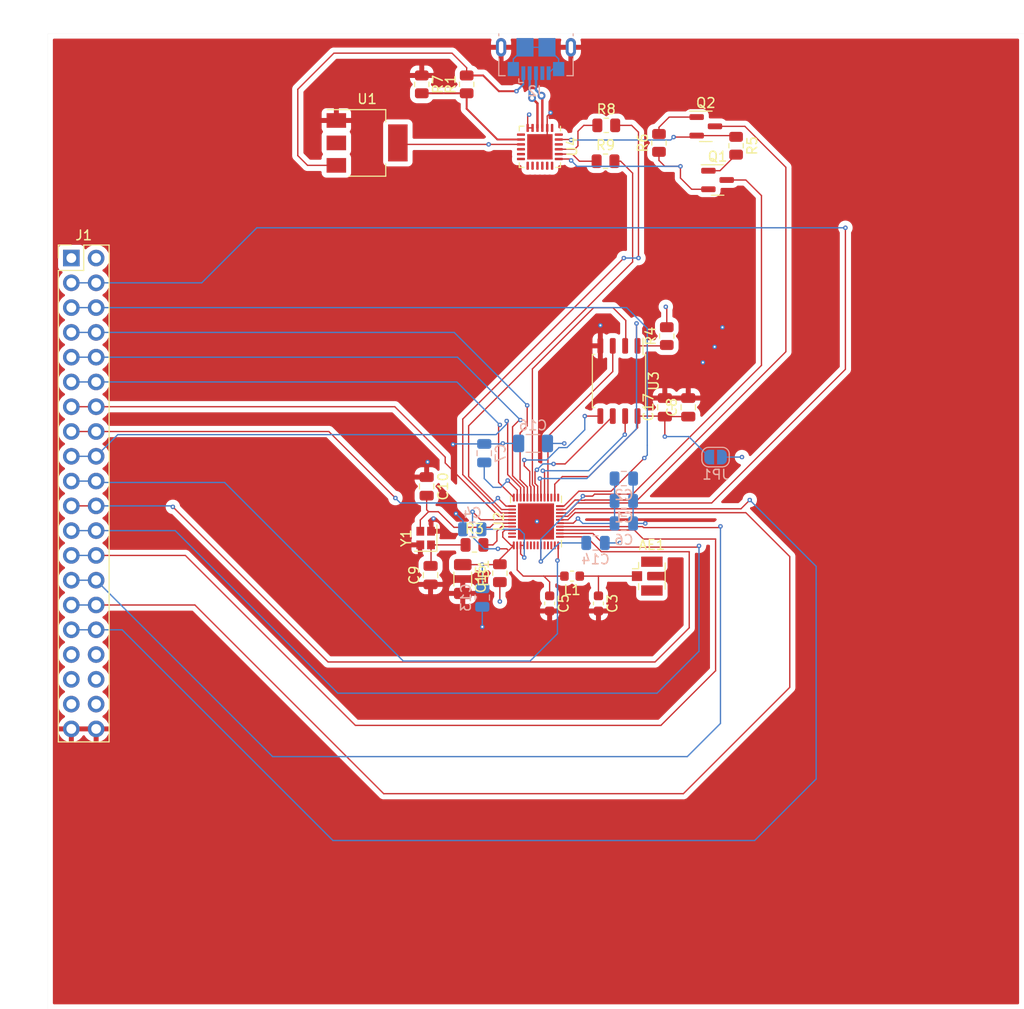
<source format=kicad_pcb>
(kicad_pcb (version 20211014) (generator pcbnew)
  (layers (0 "F.Cu" signal) (1 "In1.Cu" signal) (2 "In2.Cu" signal) (31 "B.Cu" signal) (34 "B.Paste" user) (35 "F.Paste" user) (36 "B.SilkS" user "B.Silkscreen") (37 "F.SilkS" user "F.Silkscreen") (38 "B.Mask" user) (39 "F.Mask" user) (44 "Edge.Cuts" user))
  (net 0 "")
  (net 1 "+3V3")
  (net 2 "GND")
  (net 3 "VDD_SDIO")
  (net 4 "Net-(C9-Pad2)")
  (net 5 "Net-(U2-Pad44)")
  (net 6 "Net-(U2-Pad1)")
  (net 7 "/EN")
  (net 8 "/IO2")
  (net 9 "/IO4")
  (net 10 "/IO5")
  (net 11 "/IO18")
  (net 12 "/IO19")
  (net 13 "/IO21")
  (net 14 "/IO22")
  (net 15 "/IO23")
  (net 16 "/IO25")
  (net 17 "/IO26")
  (net 18 "/IO27")
  (net 19 "/IO14")
  (net 20 "/IO12")
  (net 21 "/IO15")
  (net 28 "VBUS")
  (net 29 "Net-(J2-Pad2)")
  (net 30 "Net-(J2-Pad3)")
  (net 32 "Net-(Q1-Pad1)")
  (net 33 "/RTS")
  (net 34 "Net-(Q2-Pad1)")
  (net 35 "/DTR")
  (net 36 "/IO0")
  (net 37 "Net-(C3-Pad1)")
  (net 38 "Net-(U2-Pad45)")
  (net 39 "/FLASH_CS")
  (net 40 "Net-(C5-Pad1)")
  (net 41 "/IO36")
  (net 42 "/IO37")
  (net 43 "/IO38")
  (net 44 "/IO39")
  (net 45 "/IO34")
  (net 46 "/IO35")
  (net 47 "/IO32")
  (net 48 "/IO33")
  (net 49 "/IO16")
  (net 50 "/IO17")
  (net 51 "/FLASH_IO2")
  (net 52 "/FLASH_IO3")
  (net 53 "/FLASH_CLK")
  (net 54 "/FLASH_IO1")
  (net 55 "/FLASH_IO0")
  (net 56 "/RXD")
  (net 57 "/TXD")
  (net 69 "/DSR")
  (net 71 "Net-(U4-Pad8)")
  (net 72 "Net-(U4-Pad21)")
  (net 73 "Net-(U4-Pad20)")
  (net 76 "/IO13")
  (footprint "Package_SO:SOIC-8_5.23x5.23mm_P1.27mm" (layer "F.Cu") (at 78.5 55.6 -90)
    (fp_text reference "U3")
    (fp_text value "W25Q128JVS")
  )
  (footprint "Connector_Coaxial:U.FL_Hirose_U.FL-R-SMT-1_Vertical" (layer "F.Cu") (at 81.4 75.6)
    (fp_text reference "AE1")
    (fp_text value "Antenna")
  )
  (footprint "Package_TO_SOT_SMD:SOT-223-3_TabPin2" (layer "F.Cu") (at 52.7 31.2)
    (fp_text reference "U1")
    (fp_text value "AMS1117-3.3")
  )
  (footprint "Resistor_SMD:R_0805_2012Metric" (layer "F.Cu") (at 77.125 33.075)
    (fp_text reference "R9")
    (fp_text value "10k")
  )
  (footprint "Crystal:Crystal_SMD_2016-4Pin_2.0x1.6mm" (layer "F.Cu") (at 58.7 71.7 90)
    (fp_text reference "Y1")
    (fp_text value "Crystal_GND24")
  )
  (footprint "Resistor_SMD:R_0805_2012Metric" (layer "F.Cu") (at 58.3 25.2 -90)
    (fp_text reference "R7")
    (fp_text value "10k")
  )
  (footprint "Resistor_SMD:R_0805_2012Metric" (layer "F.Cu") (at 82.6 31.2 90)
    (fp_text reference "R6")
    (fp_text value "10k")
  )
  (footprint "Resistor_SMD:R_0805_2012Metric" (layer "F.Cu") (at 90.5 31.4875 -90)
    (fp_text reference "R5")
    (fp_text value "10k")
  )
  (footprint "Inductor_SMD:L_0603_1608Metric" (layer "F.Cu") (at 73.7 75.6 180)
    (fp_text reference "L1")
    (fp_text value "0.6n")
  )
  (footprint "Resistor_SMD:R_0805_2012Metric" (layer "F.Cu") (at 83.4 51 90)
    (fp_text reference "R4")
    (fp_text value "10k")
  )
  (footprint "Package_TO_SOT_SMD:SOT-23" (layer "F.Cu") (at 87.4 29.5)
    (fp_text reference "Q2")
    (fp_text value "BC817")
  )
  (footprint "Connector_PinHeader_2.54mm:PinHeader_2x20_P2.54mm_Vertical" (layer "F.Cu") (at 22.4 43)
    (fp_text reference "J1")
    (fp_text value "Conn_02x20_Odd_Even")
  )
  (footprint "Capacitor_SMD:C_0805_2012Metric" (layer "F.Cu") (at 59.2 75.5 90)
    (fp_text reference "C9")
    (fp_text value "8p")
  )
  (footprint "Resistor_SMD:R_0805_2012Metric" (layer "F.Cu") (at 77.2 29.4)
    (fp_text reference "R8")
    (fp_text value "10k")
  )
  (footprint "Capacitor_SMD:C_0603_1608Metric" (layer "F.Cu") (at 76.4 78.4 -90)
    (fp_text reference "C3")
    (fp_text value "C")
  )
  (footprint "Resistor_SMD:R_0805_2012Metric" (layer "F.Cu") (at 66.3 75.3 90)
    (fp_text reference "FB1")
    (fp_text value "FerriteBead")
  )
  (footprint "Capacitor_SMD:C_0805_2012Metric" (layer "F.Cu") (at 58.8 66.4 -90)
    (fp_text reference "C10")
    (fp_text value "C")
  )
  (footprint "Package_DFN_QFN:QFN-24-1EP_4x4mm_P0.5mm_EP2.6x2.6mm" (layer "F.Cu") (at 70.4 31.6 -90)
    (fp_text reference "U4")
    (fp_text value "CP2102N-Axx-xQFN24")
  )
  (footprint "Capacitor_SMD:C_0805_2012Metric" (layer "F.Cu") (at 83.2 58.3 90)
    (fp_text reference "C17")
    (fp_text value "100n")
  )
  (footprint "Capacitor_SMD:C_1206_3216Metric" (layer "F.Cu") (at 62.5 75.9 -90)
    (fp_text reference "C15")
    (fp_text value "10u")
  )
  (footprint "Resistor_SMD:R_0805_2012Metric" (layer "F.Cu") (at 63.7 72.4)
    (fp_text reference "R3")
    (fp_text value "1k")
  )
  (footprint "Package_DFN_QFN:QFN-48-1EP_5x5mm_P0.35mm_EP3.7x3.7mm" (layer "F.Cu") (at 70 70 90)
    (fp_text reference "U2")
    (fp_text value "ESP32")
  )
  (footprint "Capacitor_SMD:C_0603_1608Metric" (layer "F.Cu") (at 71.4 78.4 -90)
    (fp_text reference "C5")
    (fp_text value "C")
  )
  (footprint "Package_TO_SOT_SMD:SOT-23" (layer "F.Cu") (at 88.6 35)
    (fp_text reference "Q1")
    (fp_text value "BC817")
  )
  (footprint "Resistor_SMD:R_0805_2012Metric" (layer "F.Cu") (at 62.9 25.2 90)
    (fp_text reference "R1")
    (fp_text value "22.1k")
  )
  (footprint "Capacitor_SMD:C_0805_2012Metric" (layer "F.Cu") (at 85.6 58.3 90)
    (fp_text reference "C8")
    (fp_text value "100n")
  )
  (footprint "Jumper:SolderJumper-2_P1.3mm_Open_RoundedPad1.0x1.5mm" (layer "B.Cu") (at 88.4 63.4)
    (fp_text reference "JP1")
    (fp_text value "Jumper_2_Open")
  )
  (footprint "Capacitor_SMD:C_1206_3216Metric" (layer "B.Cu") (at 69.7 62 180)
    (fp_text reference "C16")
    (fp_text value "10u")
  )
  (footprint "Capacitor_SMD:C_0805_2012Metric" (layer "B.Cu") (at 76.1 72.2)
    (fp_text reference "C14")
    (fp_text value "1u")
  )
  (footprint "Capacitor_SMD:C_0805_2012Metric" (layer "B.Cu") (at 64.7 63 90)
    (fp_text reference "C7")
    (fp_text value "100n")
  )
  (footprint "Connector_USB:USB_Micro-B_GCT_USB3076-30-A" (layer "B.Cu") (at 70 22.6)
    (fp_text reference "J2")
    (fp_text value "USB_B_Micro")
  )
  (footprint "Capacitor_SMD:C_0805_2012Metric" (layer "B.Cu") (at 79 65.6)
    (fp_text reference "C2")
    (fp_text value "100n")
  )
  (footprint "Capacitor_SMD:C_0805_2012Metric" (layer "B.Cu") (at 63.472936 70.8 180)
    (fp_text reference "C4")
    (fp_text value "100n")
  )
  (footprint "Capacitor_SMD:C_0805_2012Metric" (layer "B.Cu") (at 79 70.2)
    (fp_text reference "C6")
    (fp_text value "100n")
  )
  (footprint "Capacitor_SMD:C_0805_2012Metric" (layer "B.Cu") (at 64.5 77.8 -90)
    (fp_text reference "C13")
    (fp_text value "100n")
  )
  (footprint "Capacitor_SMD:C_0805_2012Metric" (layer "B.Cu") (at 79 67.9)
    (fp_text reference "C1")
    (fp_text value "100n")
  )
  (gr_rect (start 20 20) (end 120 120) (layer "Edge.Cuts") (width 0.01) (fill none))
  (segment (start 68.425 73.325) (end 68.425 72.45) (width 0.137) (layer "F.Cu") (net 1))
  (segment (start 69.15 29.6625) (end 69.15 28.45) (width 0.137) (layer "F.Cu") (net 1))
  (segment (start 83.4 50.0875) (end 83.4 48.1) (width 0.137) (layer "F.Cu") (net 1))
  (segment (start 68.4625 31.35) (end 65.15 31.35) (width 0.137) (layer "F.Cu") (net 1))
  (segment (start 68.8 73.7) (end 68.425 73.325) (width 0.137) (layer "F.Cu") (net 1))
  (segment (start 67.1 65.8) (end 68.075 66.775) (width 0.137) (layer "F.Cu") (net 1))
  (segment (start 73.825 70.175) (end 72.45 70.175) (width 0.137) (layer "F.Cu") (net 1))
  (segment (start 66.3 78.2) (end 66.3 76.2125) (width 0.137) (layer "F.Cu") (net 1))
  (segment (start 65.15 31.35) (end 56 31.35) (width 0.137) (layer "F.Cu") (net 1))
  (segment (start 68.775 72.45) (end 68.425 72.45) (width 0.137) (layer "F.Cu") (net 1))
  (segment (start 69.15 28.45) (end 69.3 28.3) (width 0.137) (layer "F.Cu") (net 1))
  (segment (start 68.075 66.775) (end 68.075 67.55) (width 0.137) (layer "F.Cu") (net 1))
  (segment (start 69.15 29.6625) (end 69.65 29.6625) (width 0.137) (layer "F.Cu") (net 1))
  (segment (start 74.3 69.7) (end 73.825 70.175) (width 0.137) (layer "F.Cu") (net 1))
  (segment (start 83.4 48.1) (end 83.3 48) (width 0.137) (layer "F.Cu") (net 1))
  (segment (start 56 31.35) (end 55.85 31.2) (width 0.137) (layer "F.Cu") (net 1))
  (via (at 66.3 78.2) (size 0.46) (drill 0.2) (layers "F.Cu" "B.Cu") (net 1))
  (via (at 74.3 69.7) (size 0.46) (drill 0.2) (layers "F.Cu" "B.Cu") (net 1))
  (via (at 67.1 65.8) (size 0.46) (drill 0.2) (layers "F.Cu" "B.Cu") (net 1))
  (via (at 72.9 62) (size 0.46) (drill 0.2) (layers "F.Cu" "B.Cu") (net 1))
  (via (at 83.3 48) (size 0.46) (drill 0.2) (layers "F.Cu" "B.Cu") (net 1))
  (via (at 65.15 31.35) (size 0.46) (drill 0.2) (layers "F.Cu" "B.Cu") (net 1))
  (via (at 91.1 63.4) (size 0.46) (drill 0.2) (layers "F.Cu" "B.Cu") (net 1))
  (via (at 68.8 73.7) (size 0.46) (drill 0.2) (layers "F.Cu" "B.Cu") (net 1))
  (via (at 69.3 28.3) (size 0.46) (drill 0.2) (layers "F.Cu" "B.Cu") (net 1))
  (segment (start 78.05 67.9) (end 78.05 70.2) (width 0.137) (layer "B.Cu") (net 1))
  (segment (start 64.7 65.6) (end 64.7 63.95) (width 0.137) (layer "B.Cu") (net 1))
  (segment (start 66.4 66.5) (end 65.6 66.5) (width 0.137) (layer "B.Cu") (net 1))
  (segment (start 64.422936 70.8) (end 68.3 70.8) (width 0.137) (layer "B.Cu") (net 1))
  (segment (start 65.6 66.5) (end 64.7 65.6) (width 0.137) (layer "B.Cu") (net 1))
  (segment (start 89.05 63.4) (end 91.1 63.4) (width 0.137) (layer "B.Cu") (net 1))
  (segment (start 68.8 71.3) (end 68.8 73.7) (width 0.137) (layer "B.Cu") (net 1))
  (segment (start 78.05 65.6) (end 78.05 67.9) (width 0.137) (layer "B.Cu") (net 1))
  (segment (start 67.1 65.8) (end 66.4 66.5) (width 0.137) (layer "B.Cu") (net 1))
  (segment (start 71.175 62) (end 72.9 62) (width 0.137) (layer "B.Cu") (net 1))
  (segment (start 74.3 69.7) (end 74.8 70.2) (width 0.137) (layer "B.Cu") (net 1))
  (segment (start 74.8 70.2) (end 78.05 70.2) (width 0.137) (layer "B.Cu") (net 1))
  (segment (start 68.3 70.8) (end 68.8 71.3) (width 0.137) (layer "B.Cu") (net 1))
  (segment (start 71.15 29.6625) (end 71.15 28.45) (width 0.137) (layer "F.Cu") (net 2))
  (segment (start 76.595 49.905) (end 76.6 49.9) (width 0.137) (layer "F.Cu") (net 2))
  (segment (start 58.9 65.35) (end 58.9 63.9) (width 0.137) (layer "F.Cu") (net 2))
  (segment (start 71.15 28.45) (end 71.5 28.1) (width 0.137) (layer "F.Cu") (net 2))
  (segment (start 58.8 65.45) (end 58.9 65.35) (width 0.137) (layer "F.Cu") (net 2))
  (segment (start 76.595 52) (end 76.595 49.905) (width 0.137) (layer "F.Cu") (net 2))
  (segment (start 71.15 30.85) (end 70.4 31.6) (width 0.137) (layer "F.Cu") (net 2))
  (segment (start 71.15 29.6625) (end 71.15 30.85) (width 0.137) (layer "F.Cu") (net 2))
  (via (at 76.6 49.9) (size 0.46) (drill 0.2) (layers "F.Cu" "B.Cu") (net 2))
  (via (at 61.8 69.2) (size 0.46) (drill 0.2) (layers "F.Cu" "B.Cu") (net 2))
  (via (at 78.6 72.2) (size 0.46) (drill 0.2) (layers "F.Cu" "B.Cu") (net 2))
  (via (at 71.5 28.1) (size 0.46) (drill 0.2) (layers "F.Cu" "B.Cu") (net 2))
  (via (at 58.9 63.9) (size 0.46) (drill 0.2) (layers "F.Cu" "B.Cu") (net 2))
  (via (at 66.6 62) (size 0.46) (drill 0.2) (layers "F.Cu" "B.Cu") (net 2))
  (via (at 87.1 53.7) (size 0.46) (drill 0.2) (layers "F.Cu" "B.Cu") (net 2))
  (via (at 88.3 52.1) (size 0.46) (drill 0.2) (layers "F.Cu" "B.Cu") (net 2))
  (via (at 61.5 62.1) (size 0.46) (drill 0.2) (layers "F.Cu" "B.Cu") (net 2))
  (via (at 70.1 70) (size 0.46) (drill 0.2) (layers "F.Cu" "B.Cu") (net 2))
  (via (at 81.2 70.2) (size 0.46) (drill 0.2) (layers "F.Cu" "B.Cu") (net 2))
  (via (at 59.5 69.7) (size 0.46) (drill 0.2) (layers "F.Cu" "B.Cu") (net 2))
  (via (at 64.5 80.8) (size 0.46) (drill 0.2) (layers "F.Cu" "B.Cu") (net 2))
  (via (at 89.1 50.1) (size 0.46) (drill 0.2) (layers "F.Cu" "B.Cu") (net 2))
  (segment (start 62.522936 70.8) (end 62.522936 69.922936) (width 0.137) (layer "B.Cu") (net 2))
  (segment (start 64.5 78.75) (end 64.5 80.8) (width 0.137) (layer "B.Cu") (net 2))
  (segment (start 71.125 21.4) (end 72.32 22.595) (width 0.137) (layer "B.Cu") (net 2))
  (segment (start 64.7 62.05) (end 61.55 62.05) (width 0.137) (layer "B.Cu") (net 2))
  (segment (start 68.225 62) (end 66.6 62) (width 0.137) (layer "B.Cu") (net 2))
  (segment (start 72.32 22.595) (end 72.32 23.63) (width 0.137) (layer "B.Cu") (net 2))
  (segment (start 67.68 22.595) (end 68.875 21.4) (width 0.137) (layer "B.Cu") (net 2))
  (segment (start 61.55 62.05) (end 61.5 62.1) (width 0.137) (layer "B.Cu") (net 2))
  (segment (start 66.55 62.05) (end 66.6 62) (width 0.137) (layer "B.Cu") (net 2))
  (segment (start 68.875 21.4) (end 71.125 21.4) (width 0.137) (layer "B.Cu") (net 2))
  (segment (start 64.7 62.05) (end 66.55 62.05) (width 0.137) (layer "B.Cu") (net 2))
  (segment (start 71.72 23.63) (end 71.3 24.05) (width 0.137) (layer "B.Cu") (net 2))
  (segment (start 77.05 72.2) (end 78.6 72.2) (width 0.137) (layer "B.Cu") (net 2))
  (segment (start 67.68 23.63) (end 67.68 22.595) (width 0.137) (layer "B.Cu") (net 2))
  (segment (start 79.95 67.9) (end 79.95 70.2) (width 0.137) (layer "B.Cu") (net 2))
  (segment (start 72.32 23.63) (end 71.72 23.63) (width 0.137) (layer "B.Cu") (net 2))
  (segment (start 62.522936 69.922936) (end 61.8 69.2) (width 0.137) (layer "B.Cu") (net 2))
  (segment (start 79.95 70.2) (end 81.2 70.2) (width 0.137) (layer "B.Cu") (net 2))
  (segment (start 79.95 65.6) (end 79.95 67.9) (width 0.137) (layer "B.Cu") (net 2))
  (segment (start 80.405 60.400991) (end 75.405991 65.4) (width 0.137) (layer "F.Cu") (net 3))
  (segment (start 83.2 59.25) (end 83.2 61.3) (width 0.137) (layer "F.Cu") (net 3))
  (segment (start 80.405 59.2) (end 80.405 60.400991) (width 0.137) (layer "F.Cu") (net 3))
  (segment (start 72.7 65.4) (end 71.925 66.175) (width 0.137) (layer "F.Cu") (net 3))
  (segment (start 80.405 59.2) (end 83.15 59.2) (width 0.137) (layer "F.Cu") (net 3))
  (segment (start 71.925 66.175) (end 71.925 67.55) (width 0.137) (layer "F.Cu") (net 3))
  (segment (start 85.6 59.25) (end 83.2 59.25) (width 0.137) (layer "F.Cu") (net 3))
  (segment (start 75.405991 65.4) (end 72.7 65.4) (width 0.137) (layer "F.Cu") (net 3))
  (segment (start 83.15 59.2) (end 83.2 59.25) (width 0.137) (layer "F.Cu") (net 3))
  (via (at 83.2 61.3) (size 0.46) (drill 0.2) (layers "F.Cu" "B.Cu") (net 3))
  (segment (start 83.2 61.3) (end 85.65 61.3) (width 0.137) (layer "B.Cu") (net 3))
  (segment (start 85.65 61.3) (end 87.75 63.4) (width 0.137) (layer "B.Cu") (net 3))
  (segment (start 59.2 74.55) (end 59.25 74.5) (width 0.137) (layer "F.Cu") (net 4))
  (segment (start 59.25 74.5) (end 59.25 72.4) (width 0.137) (layer "F.Cu") (net 4))
  (segment (start 59.25 72.4) (end 62.7875 72.4) (width 0.137) (layer "F.Cu") (net 4))
  (segment (start 60 69) (end 61.6 70.6) (width 0.137) (layer "F.Cu") (net 5))
  (segment (start 58.8 67.35) (end 58.8 68.8) (width 0.137) (layer "F.Cu") (net 5))
  (segment (start 58.15 69.85) (end 59 69) (width 0.137) (layer "F.Cu") (net 5))
  (segment (start 65.725 70.175) (end 67.55 70.175) (width 0.137) (layer "F.Cu") (net 5))
  (segment (start 61.6 70.6) (end 65.3 70.6) (width 0.137) (layer "F.Cu") (net 5))
  (segment (start 58.8 68.8) (end 59 69) (width 0.137) (layer "F.Cu") (net 5))
  (segment (start 58.15 71) (end 58.15 69.85) (width 0.137) (layer "F.Cu") (net 5))
  (segment (start 65.3 70.6) (end 65.725 70.175) (width 0.137) (layer "F.Cu") (net 5))
  (segment (start 59 69) (end 60 69) (width 0.137) (layer "F.Cu") (net 5))
  (segment (start 66.6 71.1) (end 66.825 70.875) (width 0.137) (layer "F.Cu") (net 6))
  (segment (start 66.3 74.3875) (end 66.3 73.875) (width 0.137) (layer "F.Cu") (net 6))
  (segment (start 64.475 74.425) (end 66.2625 74.425) (width 0.137) (layer "F.Cu") (net 6))
  (segment (start 66.2625 74.425) (end 66.3 74.3875) (width 0.137) (layer "F.Cu") (net 6))
  (segment (start 66.3 73.875) (end 67.1875 72.9875) (width 0.137) (layer "F.Cu") (net 6))
  (segment (start 66.1 72.8) (end 67 72.8) (width 0.137) (layer "F.Cu") (net 6))
  (segment (start 67.725 72.45) (end 67.45 72.45) (width 0.137) (layer "F.Cu") (net 6))
  (segment (start 64.325 69.825) (end 63.5 69) (width 0.137) (layer "F.Cu") (net 6))
  (segment (start 67.55 69.825) (end 64.325 69.825) (width 0.137) (layer "F.Cu") (net 6))
  (segment (start 66.825 70.875) (end 67.55 70.875) (width 0.137) (layer "F.Cu") (net 6))
  (segment (start 67.45 72.45) (end 66.6 71.6) (width 0.137) (layer "F.Cu") (net 6))
  (segment (start 62.5 74.425) (end 64.475 74.425) (width 0.137) (layer "F.Cu") (net 6))
  (segment (start 67 72.8) (end 67.1875 72.9875) (width 0.137) (layer "F.Cu") (net 6))
  (segment (start 66.6 71.6) (end 66.6 71.1) (width 0.137) (layer "F.Cu") (net 6))
  (segment (start 67.1875 72.9875) (end 67.725 72.45) (width 0.137) (layer "F.Cu") (net 6))
  (via (at 64.475 74.425) (size 0.46) (drill 0.2) (layers "F.Cu" "B.Cu") (net 6))
  (via (at 63.5 69) (size 0.46) (drill 0.2) (layers "F.Cu" "B.Cu") (net 6))
  (via (at 66.1 72.8) (size 0.46) (drill 0.2) (layers "F.Cu" "B.Cu") (net 6))
  (segment (start 64.5 76.85) (end 64.5 74.45) (width 0.137) (layer "B.Cu") (net 6))
  (segment (start 64.7 72.8) (end 66.1 72.8) (width 0.137) (layer "B.Cu") (net 6))
  (segment (start 63.5 69) (end 63.5 71.6) (width 0.137) (layer "B.Cu") (net 6))
  (segment (start 64.5 74.45) (end 64.475 74.425) (width 0.137) (layer "B.Cu") (net 6))
  (segment (start 64.4 72.5) (end 64.7 72.8) (width 0.137) (layer "B.Cu") (net 6))
  (segment (start 63.5 71.6) (end 64.4 72.5) (width 0.137) (layer "B.Cu") (net 6))
  (segment (start 74.8 67.4) (end 75.8 67.4) (width 0.137) (layer "F.Cu") (net 7))
  (segment (start 75.8 67.4) (end 76 67.2) (width 0.137) (layer "F.Cu") (net 7))
  (segment (start 91.5 35) (end 89.5375 35) (width 0.137) (layer "F.Cu") (net 7))
  (segment (start 76 67.2) (end 79.9 67.2) (width 0.137) (layer "F.Cu") (net 7))
  (segment (start 79.9 67.2) (end 93.1 54) (width 0.137) (layer "F.Cu") (net 7))
  (segment (start 93.1 36.6) (end 91.5 35) (width 0.137) (layer "F.Cu") (net 7))
  (segment (start 93.1 54) (end 93.1 36.6) (width 0.137) (layer "F.Cu") (net 7))
  (segment (start 70.5 74.1) (end 70.5 72.475) (width 0.137) (layer "F.Cu") (net 7))
  (segment (start 70.5 72.475) (end 70.525 72.45) (width 0.137) (layer "F.Cu") (net 7))
  (via (at 70.5 74.1) (size 0.46) (drill 0.2) (layers "F.Cu" "B.Cu") (net 7))
  (via (at 74.8 67.4) (size 0.46) (drill 0.2) (layers "F.Cu" "B.Cu") (net 7))
  (segment (start 74.8 67.5) (end 70.5 71.8) (width 0.137) (layer "B.Cu") (net 7))
  (segment (start 75.15 72.2) (end 72.4 72.2) (width 0.137) (layer "B.Cu") (net 7))
  (segment (start 70.5 71.8) (end 70.5 74.1) (width 0.137) (layer "B.Cu") (net 7))
  (segment (start 74.8 67.4) (end 74.8 67.5) (width 0.137) (layer "B.Cu") (net 7))
  (segment (start 72.4 72.2) (end 70.5 74.1) (width 0.137) (layer "B.Cu") (net 7))
  (segment (start 72.45 69.125) (end 73.219808 69.125) (width 0.137) (layer "F.Cu") (net 8))
  (segment (start 73.219808 69.125) (end 74.244808 68.1) (width 0.137) (layer "F.Cu") (net 8))
  (segment (start 101.7 54.4) (end 101.7 39.9) (width 0.137) (layer "F.Cu") (net 8))
  (segment (start 88 68.1) (end 88.4 67.7) (width 0.137) (layer "F.Cu") (net 8))
  (segment (start 88.4 67.7) (end 101.7 54.4) (width 0.137) (layer "F.Cu") (net 8))
  (segment (start 74.244808 68.1) (end 88 68.1) (width 0.137) (layer "F.Cu") (net 8))
  (via (at 101.7 39.9) (size 0.46) (drill 0.2) (layers "F.Cu" "B.Cu") (net 8))
  (segment (start 35.76 45.54) (end 24.94 45.54) (width 0.137) (layer "B.Cu") (net 8))
  (segment (start 101.7 39.9) (end 41.4 39.9) (width 0.137) (layer "B.Cu") (net 8))
  (segment (start 41.4 39.9) (end 35.76 45.54) (width 0.137) (layer "B.Cu") (net 8))
  (segment (start 24.94 45.54) (end 22.4 45.54) (width 0.137) (layer "B.Cu") (net 8))
  (segment (start 81.1 63.5) (end 77.7 66.9) (width 0.137) (layer "F.Cu") (net 9))
  (segment (start 74.3875 66.9) (end 72.8625 68.425) (width 0.137) (layer "F.Cu") (net 9))
  (segment (start 77.7 66.9) (end 74.3875 66.9) (width 0.137) (layer "F.Cu") (net 9))
  (segment (start 72.8625 68.425) (end 72.45 68.425) (width 0.137) (layer "F.Cu") (net 9))
  (via (at 81.1 63.5) (size 0.46) (drill 0.2) (layers "F.Cu" "B.Cu") (net 9))
  (segment (start 81.4 50.194009) (end 81.4 62.2) (width 0.137) (layer "B.Cu") (net 9))
  (segment (start 22.4 48.08) (end 24.94 48.08) (width 0.137) (layer "B.Cu") (net 9))
  (segment (start 24.94 48.08) (end 79.285991 48.08) (width 0.137) (layer "B.Cu") (net 9))
  (segment (start 81.4 62.2) (end 81.4 63.2) (width 0.137) (layer "B.Cu") (net 9))
  (segment (start 79.285991 48.08) (end 81.4 50.194009) (width 0.137) (layer "B.Cu") (net 9))
  (segment (start 81.4 63.2) (end 81.1 63.5) (width 0.137) (layer "B.Cu") (net 9))
  (segment (start 68.5 60.8) (end 69.1 60.2) (width 0.137) (layer "F.Cu") (net 10))
  (segment (start 69.1 60.2) (end 69.1 58.1) (width 0.137) (layer "F.Cu") (net 10))
  (segment (start 68.3715 60.9285) (end 68.5 60.8) (width 0.137) (layer "F.Cu") (net 10))
  (segment (start 68.3715 65.710318) (end 68.3715 60.9285) (width 0.137) (layer "F.Cu") (net 10))
  (segment (start 69.125 66.463817) (end 68.730591 66.069409) (width 0.137) (layer "F.Cu") (net 10))
  (segment (start 69.125 67.55) (end 69.125 66.463817) (width 0.137) (layer "F.Cu") (net 10))
  (segment (start 68.730591 66.069409) (end 68.3715 65.710318) (width 0.137) (layer "F.Cu") (net 10))
  (via (at 69.1 58.1) (size 0.46) (drill 0.2) (layers "F.Cu" "B.Cu") (net 10))
  (segment (start 22.4 50.62) (end 24.94 50.62) (width 0.137) (layer "B.Cu") (net 10))
  (segment (start 69.1 58.1) (end 61.62 50.62) (width 0.137) (layer "B.Cu") (net 10))
  (segment (start 61.62 50.62) (end 24.94 50.62) (width 0.137) (layer "B.Cu") (net 10))
  (segment (start 67.6 60.3) (end 68.3 59.6) (width 0.137) (layer "F.Cu") (net 11))
  (segment (start 68.3 59.6) (end 68.4 59.6) (width 0.137) (layer "F.Cu") (net 11))
  (segment (start 68.775 66.491413) (end 67.6 65.316414) (width 0.137) (layer "F.Cu") (net 11))
  (segment (start 67.6 65.316414) (end 67.6 60.3) (width 0.137) (layer "F.Cu") (net 11))
  (segment (start 68.775 67.55) (end 68.775 66.491413) (width 0.137) (layer "F.Cu") (net 11))
  (via (at 68.4 59.6) (size 0.46) (drill 0.2) (layers "F.Cu" "B.Cu") (net 11))
  (segment (start 61.96 53.16) (end 68.4 59.6) (width 0.137) (layer "B.Cu") (net 11))
  (segment (start 22.4 53.16) (end 24.94 53.16) (width 0.137) (layer "B.Cu") (net 11))
  (segment (start 24.94 53.16) (end 61.96 53.16) (width 0.137) (layer "B.Cu") (net 11))
  (segment (start 66.1715 65.9965) (end 67.725 67.55) (width 0.137) (layer "F.Cu") (net 12))
  (segment (start 66.3 60.1) (end 66.1715 60.2285) (width 0.137) (layer "F.Cu") (net 12))
  (segment (start 66.1715 60.2285) (end 66.1715 65.9965) (width 0.137) (layer "F.Cu") (net 12))
  (via (at 66.3 60.1) (size 0.46) (drill 0.2) (layers "F.Cu" "B.Cu") (net 12))
  (segment (start 61.9 55.7) (end 66.3 60.1) (width 0.137) (layer "B.Cu") (net 12))
  (segment (start 22.4 55.7) (end 24.94 55.7) (width 0.137) (layer "B.Cu") (net 12))
  (segment (start 24.94 55.7) (end 61.9 55.7) (width 0.137) (layer "B.Cu") (net 12))
  (segment (start 66.175 69.475) (end 60.7 64) (width 0.137) (layer "F.Cu") (net 13))
  (segment (start 55.54 58.24) (end 24.94 58.24) (width 0.137) (layer "F.Cu") (net 13))
  (segment (start 60.7 64) (end 60.7 63.4) (width 0.137) (layer "F.Cu") (net 13))
  (segment (start 67.55 69.475) (end 66.175 69.475) (width 0.137) (layer "F.Cu") (net 13))
  (segment (start 60.7 63.4) (end 55.54 58.24) (width 0.137) (layer "F.Cu") (net 13))
  (segment (start 22.4 58.24) (end 24.94 58.24) (width 0.137) (layer "F.Cu") (net 13))
  (segment (start 48.78 60.78) (end 55.6 67.6) (width 0.137) (layer "F.Cu") (net 14))
  (segment (start 22.4 60.78) (end 24.94 60.78) (width 0.137) (layer "F.Cu") (net 14))
  (segment (start 66.925 68.425) (end 67.55 68.425) (width 0.137) (layer "F.Cu") (net 14))
  (segment (start 66.1 67.6) (end 66.925 68.425) (width 0.137) (layer "F.Cu") (net 14))
  (segment (start 24.94 60.78) (end 48.78 60.78) (width 0.137) (layer "F.Cu") (net 14))
  (via (at 66.1 67.6) (size 0.46) (drill 0.2) (layers "F.Cu" "B.Cu") (net 14))
  (via (at 55.6 67.6) (size 0.46) (drill 0.2) (layers "F.Cu" "B.Cu") (net 14))
  (segment (start 65.6 68.1) (end 56.1 68.1) (width 0.137) (layer "B.Cu") (net 14))
  (segment (start 56.1 68.1) (end 55.6 67.6) (width 0.137) (layer "B.Cu") (net 14))
  (segment (start 66.1 67.6) (end 65.6 68.1) (width 0.137) (layer "B.Cu") (net 14))
  (segment (start 68.425 67.55) (end 68.425 66.519009) (width 0.137) (layer "F.Cu") (net 15))
  (segment (start 67.1 59.8) (end 67 59.7) (width 0.137) (layer "F.Cu") (net 15))
  (segment (start 68.425 66.519009) (end 67.1 65.194009) (width 0.137) (layer "F.Cu") (net 15))
  (segment (start 67.1 65.194009) (end 67.1 59.8) (width 0.137) (layer "F.Cu") (net 15))
  (via (at 67 59.7) (size 0.46) (drill 0.2) (layers "F.Cu" "B.Cu") (net 15))
  (segment (start 67 59.7) (end 67 60.005991) (width 0.137) (layer "B.Cu") (net 15))
  (segment (start 27.16 61.1) (end 24.94 63.32) (width 0.137) (layer "B.Cu") (net 15))
  (segment (start 22.4 63.32) (end 24.94 63.32) (width 0.137) (layer "B.Cu") (net 15))
  (segment (start 67 60.005991) (end 65.905991 61.1) (width 0.137) (layer "B.Cu") (net 15))
  (segment (start 65.905991 61.1) (end 27.16 61.1) (width 0.137) (layer "B.Cu") (net 15))
  (segment (start 72.275 72.45) (end 72.275 73.925) (width 0.137) (layer "F.Cu") (net 16))
  (segment (start 72.275 73.925) (end 72.2 74) (width 0.137) (layer "F.Cu") (net 16))
  (via (at 72.2 74) (size 0.46) (drill 0.2) (layers "F.Cu" "B.Cu") (net 16))
  (segment (start 72.2 81.5) (end 69.4 84.3) (width 0.137) (layer "B.Cu") (net 16))
  (segment (start 72.2 74) (end 72.2 81.5) (width 0.137) (layer "B.Cu") (net 16))
  (segment (start 56.4 84.3) (end 38.1 66) (width 0.137) (layer "B.Cu") (net 16))
  (segment (start 25.08 66) (end 24.94 65.86) (width 0.137) (layer "B.Cu") (net 16))
  (segment (start 38.1 66) (end 25.08 66) (width 0.137) (layer "B.Cu") (net 16))
  (segment (start 69.4 84.3) (end 56.4 84.3) (width 0.137) (layer "B.Cu") (net 16))
  (segment (start 22.4 65.86) (end 24.94 65.86) (width 0.137) (layer "B.Cu") (net 16))
  (segment (start 76.7 73.1) (end 85.7 73.1) (width 0.137) (layer "F.Cu") (net 17))
  (segment (start 48.7 84.4) (end 32.8 68.5) (width 0.137) (layer "F.Cu") (net 17))
  (segment (start 72.45 71.575) (end 75.175 71.575) (width 0.137) (layer "F.Cu") (net 17))
  (segment (start 22.4 68.4) (end 24.94 68.4) (width 0.137) (layer "F.Cu") (net 17))
  (segment (start 85.7 73.1) (end 85.7 80.9) (width 0.137) (layer "F.Cu") (net 17))
  (segment (start 85.7 80.9) (end 82.2 84.4) (width 0.137) (layer "F.Cu") (net 17))
  (segment (start 82.2 84.4) (end 48.7 84.4) (width 0.137) (layer "F.Cu") (net 17))
  (segment (start 76.5 72.9) (end 76.7 73.1) (width 0.137) (layer "F.Cu") (net 17))
  (segment (start 75.175 71.575) (end 76.5 72.9) (width 0.137) (layer "F.Cu") (net 17))
  (via (at 32.8 68.5) (size 0.46) (drill 0.2) (layers "F.Cu" "B.Cu") (net 17))
  (segment (start 32.7 68.4) (end 24.94 68.4) (width 0.137) (layer "B.Cu") (net 17))
  (segment (start 32.8 68.5) (end 32.7 68.4) (width 0.137) (layer "B.Cu") (net 17))
  (segment (start 86.7 72.5) (end 86.5715 72.6285) (width 0.137) (layer "F.Cu") (net 18))
  (segment (start 77.2285 72.6285) (end 75.825 71.225) (width 0.137) (layer "F.Cu") (net 18))
  (segment (start 75.825 71.225) (end 72.45 71.225) (width 0.137) (layer "F.Cu") (net 18))
  (segment (start 86.5715 72.6285) (end 77.2285 72.6285) (width 0.137) (layer "F.Cu") (net 18))
  (via (at 86.7 72.5) (size 0.46) (drill 0.2) (layers "F.Cu" "B.Cu") (net 18))
  (segment (start 86.7 83.3) (end 86.7 72.5) (width 0.137) (layer "B.Cu") (net 18))
  (segment (start 82.4 87.6) (end 86.7 83.3) (width 0.137) (layer "B.Cu") (net 18))
  (segment (start 49.7 87.6) (end 82.4 87.6) (width 0.137) (layer "B.Cu") (net 18))
  (segment (start 33.04 70.94) (end 47.1 85) (width 0.137) (layer "B.Cu") (net 18))
  (segment (start 47.1 85) (end 49.7 87.6) (width 0.137) (layer "B.Cu") (net 18))
  (segment (start 24.94 70.94) (end 33.04 70.94) (width 0.137) (layer "B.Cu") (net 18))
  (segment (start 22.4 70.94) (end 24.94 70.94) (width 0.137) (layer "B.Cu") (net 18))
  (segment (start 51.5 90.9) (end 34.08 73.48) (width 0.137) (layer "F.Cu") (net 19))
  (segment (start 88.4 71.8) (end 88.4 85.3) (width 0.137) (layer "F.Cu") (net 19))
  (segment (start 88.4 85.3) (end 82.8 90.9) (width 0.137) (layer "F.Cu") (net 19))
  (segment (start 81 71.8) (end 88.4 71.8) (width 0.137) (layer "F.Cu") (net 19))
  (segment (start 34.08 73.48) (end 24.94 73.48) (width 0.137) (layer "F.Cu") (net 19))
  (segment (start 82.8 90.9) (end 51.5 90.9) (width 0.137) (layer "F.Cu") (net 19))
  (segment (start 80.075 70.875) (end 81 71.8) (width 0.137) (layer "F.Cu") (net 19))
  (segment (start 72.45 70.875) (end 80.075 70.875) (width 0.137) (layer "F.Cu") (net 19))
  (segment (start 22.4 73.48) (end 24.94 73.48) (width 0.137) (layer "B.Cu") (net 19))
  (segment (start 81.022509 70.6285) (end 80.919009 70.525) (width 0.137) (layer "F.Cu") (net 20))
  (segment (start 80.919009 70.525) (end 72.45 70.525) (width 0.137) (layer "F.Cu") (net 20))
  (segment (start 88.7715 70.6285) (end 81.022509 70.6285) (width 0.137) (layer "F.Cu") (net 20))
  (segment (start 88.9 70.5) (end 88.7715 70.6285) (width 0.137) (layer "F.Cu") (net 20))
  (via (at 88.9 70.5) (size 0.46) (drill 0.2) (layers "F.Cu" "B.Cu") (net 20))
  (segment (start 88.9 90.7) (end 88.9 70.5) (width 0.137) (layer "B.Cu") (net 20))
  (segment (start 22.4 76.02) (end 24.94 76.02) (width 0.137) (layer "B.Cu") (net 20))
  (segment (start 85.5 94.1) (end 88.9 90.7) (width 0.137) (layer "B.Cu") (net 20))
  (segment (start 24.94 76.02) (end 43.02 94.1) (width 0.137) (layer "B.Cu") (net 20))
  (segment (start 43.02 94.1) (end 85.5 94.1) (width 0.137) (layer "B.Cu") (net 20))
  (segment (start 73.247404 69.475) (end 74.022404 68.7) (width 0.137) (layer "F.Cu") (net 21))
  (segment (start 74.022404 68.7) (end 91 68.7) (width 0.137) (layer "F.Cu") (net 21))
  (segment (start 91 68.7) (end 91.9 67.8) (width 0.137) (layer "F.Cu") (net 21))
  (segment (start 72.45 69.475) (end 73.247404 69.475) (width 0.137) (layer "F.Cu") (net 21))
  (via (at 91.9 67.8) (size 0.46) (drill 0.2) (layers "F.Cu" "B.Cu") (net 21))
  (segment (start 98.7 96.4) (end 98.7 76.4) (width 0.137) (layer "B.Cu") (net 21))
  (segment (start 24.94 81.1) (end 27.6 81.1) (width 0.137) (layer "B.Cu") (net 21))
  (segment (start 46.3 99.8) (end 49.2 102.7) (width 0.137) (layer "B.Cu") (net 21))
  (segment (start 98.7 74.6) (end 91.9 67.8) (width 0.137) (layer "B.Cu") (net 21))
  (segment (start 92.4 102.7) (end 98.7 96.4) (width 0.137) (layer "B.Cu") (net 21))
  (segment (start 22.4 81.1) (end 24.94 81.1) (width 0.137) (layer "B.Cu") (net 21))
  (segment (start 98.7 76.4) (end 98.7 74.6) (width 0.137) (layer "B.Cu") (net 21))
  (segment (start 49.2 102.7) (end 92.4 102.7) (width 0.137) (layer "B.Cu") (net 21))
  (segment (start 27.6 81.1) (end 46.3 99.8) (width 0.137) (layer "B.Cu") (net 21))
  (segment (start 49.55 33.5) (end 46.6 33.5) (width 0.137) (layer "F.Cu") (net 28))
  (segment (start 62.9 23.5) (end 62.9 24.2875) (width 0.137) (layer "F.Cu") (net 28))
  (segment (start 66.2 25.9) (end 64.5875 24.2875) (width 0.2) (layer "F.Cu") (net 28))
  (segment (start 46.6 33.5) (end 45.6 32.5) (width 0.137) (layer "F.Cu") (net 28))
  (segment (start 61.4 22) (end 62.9 23.5) (width 0.137) (layer "F.Cu") (net 28))
  (segment (start 45.6 25.7) (end 49.3 22) (width 0.137) (layer "F.Cu") (net 28))
  (segment (start 49.3 22) (end 61.4 22) (width 0.137) (layer "F.Cu") (net 28))
  (segment (start 68 25.9) (end 66.2 25.9) (width 0.2) (layer "F.Cu") (net 28))
  (segment (start 45.6 32.5) (end 45.6 25.7) (width 0.137) (layer "F.Cu") (net 28))
  (segment (start 64.5875 24.2875) (end 62.9 24.2875) (width 0.2) (layer "F.Cu") (net 28))
  (via (at 68 25.9) (size 0.46) (drill 0.2) (layers "F.Cu" "B.Cu") (net 28))
  (segment (start 68.7 24.05) (end 68.7 25.2) (width 0.2) (layer "B.Cu") (net 28))
  (segment (start 68.7 25.2) (end 68 25.9) (width 0.2) (layer "B.Cu") (net 28))
  (segment (start 70.15 27.15) (end 70.15 29.6625) (width 0.25) (layer "F.Cu") (net 29))
  (segment (start 69.6 26.6) (end 70.15 27.15) (width 0.25) (layer "F.Cu") (net 29))
  (via (at 69.6 26.6) (size 0.8) (drill 0.4) (layers "F.Cu" "B.Cu") (net 29))
  (segment (start 69.35 24.05) (end 69.35 26.35) (width 0.25) (layer "B.Cu") (net 29))
  (segment (start 69.35 26.35) (end 69.6 26.6) (width 0.25) (layer "B.Cu") (net 29))
  (segment (start 70.65 29.6625) (end 70.65 26.437926) (width 0.25) (layer "F.Cu") (net 30))
  (segment (start 70.65 26.437926) (end 70.569659 26.357585) (width 0.25) (layer "F.Cu") (net 30))
  (via (at 70.569659 26.357585) (size 0.8) (drill 0.4) (layers "F.Cu" "B.Cu") (net 30))
  (segment (start 70.569659 26.357585) (end 70 25.787926) (width 0.25) (layer "B.Cu") (net 30))
  (segment (start 70 25.787926) (end 70 24.05) (width 0.25) (layer "B.Cu") (net 30))
  (segment (start 88.85 34.05) (end 87.6625 34.05) (width 0.137) (layer "F.Cu") (net 32))
  (segment (start 90.5 32.4) (end 88.85 34.05) (width 0.137) (layer "F.Cu") (net 32))
  (segment (start 72.3375 32.85) (end 73.45 32.85) (width 0.137) (layer "F.Cu") (net 33))
  (segment (start 73.45 32.85) (end 73.6 33) (width 0.137) (layer "F.Cu") (net 33))
  (segment (start 83.2 33.6) (end 82.6 33) (width 0.137) (layer "F.Cu") (net 33))
  (segment (start 84.8 33.6) (end 83.2 33.6) (width 0.137) (layer "F.Cu") (net 33))
  (segment (start 84.8 33.6) (end 84.8 34.8) (width 0.137) (layer "F.Cu") (net 33))
  (segment (start 85.95 35.95) (end 87.6625 35.95) (width 0.137) (layer "F.Cu") (net 33))
  (segment (start 82.6 33) (end 82.6 32.1125) (width 0.137) (layer "F.Cu") (net 33))
  (segment (start 84.8 34.8) (end 85.95 35.95) (width 0.137) (layer "F.Cu") (net 33))
  (via (at 84.8 33.6) (size 0.46) (drill 0.2) (layers "F.Cu" "B.Cu") (net 33))
  (via (at 73.6 33) (size 0.46) (drill 0.2) (layers "F.Cu" "B.Cu") (net 33))
  (segment (start 73.6 33) (end 74.2 33.6) (width 0.137) (layer "B.Cu") (net 33))
  (segment (start 74.2 33.6) (end 84.8 33.6) (width 0.137) (layer "B.Cu") (net 33))
  (segment (start 82.6 29.6) (end 83.65 28.55) (width 0.137) (layer "F.Cu") (net 34))
  (segment (start 83.65 28.55) (end 86.4625 28.55) (width 0.137) (layer "F.Cu") (net 34))
  (segment (start 82.6 30.2875) (end 82.6 29.6) (width 0.137) (layer "F.Cu") (net 34))
  (segment (start 86.4625 30.45) (end 90.375 30.45) (width 0.137) (layer "F.Cu") (net 35))
  (segment (start 90.375 30.45) (end 90.5 30.575) (width 0.137) (layer "F.Cu") (net 35))
  (segment (start 84.1 30.6) (end 86.3125 30.6) (width 0.137) (layer "F.Cu") (net 35))
  (segment (start 73.55 30.85) (end 73.6 30.9) (width 0.137) (layer "F.Cu") (net 35))
  (segment (start 86.3125 30.6) (end 86.4625 30.45) (width 0.137) (layer "F.Cu") (net 35))
  (segment (start 72.3375 30.85) (end 73.55 30.85) (width 0.137) (layer "F.Cu") (net 35))
  (via (at 84.1 30.6) (size 0.46) (drill 0.2) (layers "F.Cu" "B.Cu") (net 35))
  (via (at 73.6 30.9) (size 0.46) (drill 0.2) (layers "F.Cu" "B.Cu") (net 35))
  (segment (start 83.8 30.9) (end 84.1 30.6) (width 0.137) (layer "B.Cu") (net 35))
  (segment (start 73.6 30.9) (end 83.8 30.9) (width 0.137) (layer "B.Cu") (net 35))
  (segment (start 80.4 67.8) (end 95.6 52.6) (width 0.137) (layer "F.Cu") (net 36))
  (segment (start 95.6 52.6) (end 95.6 33.7) (width 0.137) (layer "F.Cu") (net 36))
  (segment (start 72.45 68.775) (end 73.025 68.775) (width 0.137) (layer "F.Cu") (net 36))
  (segment (start 95.6 33.7) (end 91.4 29.5) (width 0.137) (layer "F.Cu") (net 36))
  (segment (start 73.025 68.775) (end 74 67.8) (width 0.137) (layer "F.Cu") (net 36))
  (segment (start 91.4 29.5) (end 88.3375 29.5) (width 0.137) (layer "F.Cu") (net 36))
  (segment (start 74.977491 67.8285) (end 75.005991 67.8) (width 0.137) (layer "F.Cu") (net 36))
  (segment (start 75.005991 67.8) (end 80.4 67.8) (width 0.137) (layer "F.Cu") (net 36))
  (segment (start 74.594009 67.8) (end 74.622509 67.8285) (width 0.137) (layer "F.Cu") (net 36))
  (segment (start 74.622509 67.8285) (end 74.977491 67.8285) (width 0.137) (layer "F.Cu") (net 36))
  (segment (start 74 67.8) (end 74.594009 67.8) (width 0.137) (layer "F.Cu") (net 36))
  (segment (start 76.4 75.6) (end 80.35 75.6) (width 0.137) (layer "F.Cu") (net 37))
  (segment (start 74.4875 75.6) (end 76.4 75.6) (width 0.137) (layer "F.Cu") (net 37))
  (segment (start 76.4 77.625) (end 76.4 75.6) (width 0.137) (layer "F.Cu") (net 37))
  (segment (start 66.475 70.525) (end 66 71) (width 0.137) (layer "F.Cu") (net 38))
  (segment (start 65.6 72.4) (end 64.6125 72.4) (width 0.137) (layer "F.Cu") (net 38))
  (segment (start 67.55 70.525) (end 66.475 70.525) (width 0.137) (layer "F.Cu") (net 38))
  (segment (start 66 72) (end 65.6 72.4) (width 0.137) (layer "F.Cu") (net 38))
  (segment (start 66 71) (end 66 72) (width 0.137) (layer "F.Cu") (net 38))
  (segment (start 83.3125 52) (end 80.405 52) (width 0.137) (layer "F.Cu") (net 39))
  (segment (start 70.525 67.55) (end 70.5 67.525) (width 0.137) (layer "F.Cu") (net 39))
  (segment (start 70.5 67.525) (end 70.5 65.7) (width 0.137) (layer "F.Cu") (net 39))
  (segment (start 70.5 65.7) (end 70.4 65.6) (width 0.137) (layer "F.Cu") (net 39))
  (segment (start 80.3 51.895) (end 80.405 52) (width 0.137) (layer "F.Cu") (net 39))
  (segment (start 80.3 49.7) (end 80.3 51.895) (width 0.137) (layer "F.Cu") (net 39))
  (segment (start 83.4 51.9125) (end 83.3125 52) (width 0.137) (layer "F.Cu") (net 39))
  (via (at 80.3 49.7) (size 0.46) (drill 0.2) (layers "F.Cu" "B.Cu") (net 39))
  (via (at 70.4 65.6) (size 0.46) (drill 0.2) (layers "F.Cu" "B.Cu") (net 39))
  (segment (start 80.3 60.505991) (end 80.3 49.7) (width 0.137) (layer "B.Cu") (net 39))
  (segment (start 75.205991 65.6) (end 80.3 60.505991) (width 0.137) (layer "B.Cu") (net 39))
  (segment (start 70.4 65.6) (end 75.205991 65.6) (width 0.137) (layer "B.Cu") (net 39))
  (segment (start 71.4 77.625) (end 71.4 76.2) (width 0.137) (layer "F.Cu") (net 40))
  (segment (start 70.8 75.6) (end 72.9125 75.6) (width 0.137) (layer "F.Cu") (net 40))
  (segment (start 71.4 76.2) (end 70.8 75.6) (width 0.137) (layer "F.Cu") (net 40))
  (segment (start 68.075 72.45) (end 68.075 74.975) (width 0.137) (layer "F.Cu") (net 40))
  (segment (start 68.7 75.6) (end 70.8 75.6) (width 0.137) (layer "F.Cu") (net 40))
  (segment (start 68.075 74.975) (end 68.7 75.6) (width 0.137) (layer "F.Cu") (net 40))
  (segment (start 71.225 61.275) (end 77.865 54.635) (width 0.137) (layer "F.Cu") (net 51))
  (segment (start 71.225 67.55) (end 71.225 61.275) (width 0.137) (layer "F.Cu") (net 51))
  (segment (start 77.865 54.635) (end 77.865 52) (width 0.137) (layer "F.Cu") (net 51))
  (segment (start 79.135 61.065) (end 79.135 59.2) (width 0.137) (layer "F.Cu") (net 52))
  (segment (start 79.1 61.1) (end 79.135 61.065) (width 0.137) (layer "F.Cu") (net 52))
  (segment (start 70.875 64.975) (end 70.7 64.8) (width 0.137) (layer "F.Cu") (net 52))
  (segment (start 70.875 67.55) (end 70.875 64.975) (width 0.137) (layer "F.Cu") (net 52))
  (via (at 79.1 61.1) (size 0.46) (drill 0.2) (layers "F.Cu" "B.Cu") (net 52))
  (via (at 70.7 64.8) (size 0.46) (drill 0.2) (layers "F.Cu" "B.Cu") (net 52))
  (segment (start 70.7 64.8) (end 75.4 64.8) (width 0.137) (layer "B.Cu") (net 52))
  (segment (start 75.4 64.8) (end 79.1 61.1) (width 0.137) (layer "B.Cu") (net 52))
  (segment (start 69.9 66.1) (end 70.175 66.375) (width 0.137) (layer "F.Cu") (net 53))
  (segment (start 77.865 59.2) (end 77.865 59.222853) (width 0.137) (layer "F.Cu") (net 53))
  (segment (start 69.9 64.9) (end 69.9 66.1) (width 0.137) (layer "F.Cu") (net 53))
  (segment (start 70.175 66.375) (end 70.175 67.55) (width 0.137) (layer "F.Cu") (net 53))
  (segment (start 70.1 64.7) (end 69.9 64.9) (width 0.137) (layer "F.Cu") (net 53))
  (segment (start 77.865 59.222853) (end 72.987853 64.1) (width 0.137) (layer "F.Cu") (net 53))
  (segment (start 72.987853 64.1) (end 71.8 64.1) (width 0.137) (layer "F.Cu") (net 53))
  (via (at 71.8 64.1) (size 0.46) (drill 0.2) (layers "F.Cu" "B.Cu") (net 53))
  (via (at 70.1 64.7) (size 0.46) (drill 0.2) (layers "F.Cu" "B.Cu") (net 53))
  (segment (start 70.7 64.1) (end 70.1 64.7) (width 0.137) (layer "B.Cu") (net 53))
  (segment (start 71.8 64.1) (end 70.7 64.1) (width 0.137) (layer "B.Cu") (net 53))
  (segment (start 79.2 51.912147) (end 79.2 49.4) (width 0.137) (layer "F.Cu") (net 54))
  (segment (start 69.825 66.402596) (end 69.825 67.55) (width 0.137) (layer "F.Cu") (net 54))
  (segment (start 69.633 66.210596) (end 69.825 66.402596) (width 0.137) (layer "F.Cu") (net 54))
  (segment (start 79.135 52) (end 79.135 51.977147) (width 0.137) (layer "F.Cu") (net 54))
  (segment (start 79.135 51.977147) (end 79.2 51.912147) (width 0.137) (layer "F.Cu") (net 54))
  (segment (start 79.2 49.4) (end 77.9 48.1) (width 0.137) (layer "F.Cu") (net 54))
  (segment (start 75.9 48.1) (end 69.633 54.367) (width 0.137) (layer "F.Cu") (net 54))
  (segment (start 77.9 48.1) (end 75.9 48.1) (width 0.137) (layer "F.Cu") (net 54))
  (segment (start 69.633 54.367) (end 69.633 66.210596) (width 0.137) (layer "F.Cu") (net 54))
  (segment (start 69.366 66.321191) (end 69.366 64.866) (width 0.137) (layer "F.Cu") (net 55))
  (segment (start 69.366 64.866) (end 68.8 64.3) (width 0.137) (layer "F.Cu") (net 55))
  (segment (start 69.475 67.55) (end 69.475 66.430192) (width 0.137) (layer "F.Cu") (net 55))
  (segment (start 68.8 64.3) (end 68.8 63.7) (width 0.137) (layer "F.Cu") (net 55))
  (segment (start 75 59.2) (end 76.595 59.2) (width 0.137) (layer "F.Cu") (net 55))
  (segment (start 69.475 66.430192) (end 69.366 66.321191) (width 0.137) (layer "F.Cu") (net 55))
  (via (at 75 59.2) (size 0.46) (drill 0.2) (layers "F.Cu" "B.Cu") (net 55))
  (via (at 68.8 63.7) (size 0.46) (drill 0.2) (layers "F.Cu" "B.Cu") (net 55))
  (segment (start 68.8 63.7) (end 71.084275 63.7) (width 0.137) (layer "B.Cu") (net 55))
  (segment (start 73.1715 62.4285) (end 75 60.6) (width 0.137) (layer "B.Cu") (net 55))
  (segment (start 72.355775 62.4285) (end 73.1715 62.4285) (width 0.137) (layer "B.Cu") (net 55))
  (segment (start 75 60.6) (end 75 59.2) (width 0.137) (layer "B.Cu") (net 55))
  (segment (start 71.084275 63.7) (end 72.355775 62.4285) (width 0.137) (layer "B.Cu") (net 55))
  (segment (start 79.9 43.4) (end 63.1 60.2) (width 0.137) (layer "F.Cu") (net 56))
  (segment (start 63.1 60.2) (end 63.1 65.4) (width 0.137) (layer "F.Cu") (net 56))
  (segment (start 63.1 65.4) (end 66.475 68.775) (width 0.137) (layer "F.Cu") (net 56))
  (segment (start 66.475 68.775) (end 67.55 68.775) (width 0.137) (layer "F.Cu") (net 56))
  (segment (start 78.0375 33.075) (end 78.675 33.075) (width 0.137) (layer "F.Cu") (net 56))
  (segment (start 79.9 34.3) (end 79.9 43.4) (width 0.137) (layer "F.Cu") (net 56))
  (segment (start 78.675 33.075) (end 79.9 34.3) (width 0.137) (layer "F.Cu") (net 56))
  (segment (start 62.5 65.2) (end 62.5 59.5) (width 0.137) (layer "F.Cu") (net 57))
  (segment (start 62.5 59.5) (end 79 43) (width 0.137) (layer "F.Cu") (net 57))
  (segment (start 80.5 30.1) (end 79.8 29.4) (width 0.137) (layer "F.Cu") (net 57))
  (segment (start 66.425 69.125) (end 62.5 65.2) (width 0.137) (layer "F.Cu") (net 57))
  (segment (start 80.5 43) (end 80.5 30.1) (width 0.137) (layer "F.Cu") (net 57))
  (segment (start 79.8 29.4) (end 78.1125 29.4) (width 0.137) (layer "F.Cu") (net 57))
  (segment (start 67.55 69.125) (end 66.425 69.125) (width 0.137) (layer "F.Cu") (net 57))
  (via (at 79 43) (size 0.46) (drill 0.2) (layers "F.Cu" "B.Cu") (net 57))
  (via (at 80.5 43) (size 0.46) (drill 0.2) (layers "F.Cu" "B.Cu") (net 57))
  (segment (start 79 43) (end 80.5 43) (width 0.137) (layer "B.Cu") (net 57))
  (segment (start 58.3 26.1125) (end 62.9 26.1125) (width 0.2) (layer "F.Cu") (net 71))
  (segment (start 66.05 30.85) (end 68.4625 30.85) (width 0.2) (layer "F.Cu") (net 71))
  (segment (start 62.9 27.7) (end 66.05 30.85) (width 0.2) (layer "F.Cu") (net 71))
  (segment (start 62.9 26.1125) (end 62.9 27.7) (width 0.2) (layer "F.Cu") (net 71))
  (segment (start 72.3375 31.85) (end 73.95 31.85) (width 0.137) (layer "F.Cu") (net 72))
  (segment (start 74.3 30) (end 74.9 29.4) (width 0.137) (layer "F.Cu") (net 72))
  (segment (start 73.95 31.85) (end 74.3 31.5) (width 0.137) (layer "F.Cu") (net 72))
  (segment (start 74.3 31.5) (end 74.3 30) (width 0.137) (layer "F.Cu") (net 72))
  (segment (start 74.9 29.4) (end 76.2875 29.4) (width 0.137) (layer "F.Cu") (net 72))
  (segment (start 73.725 32.35) (end 74.45 33.075) (width 0.137) (layer "F.Cu") (net 73))
  (segment (start 72.3375 32.35) (end 73.725 32.35) (width 0.137) (layer "F.Cu") (net 73))
  (segment (start 74.45 33.075) (end 76.2125 33.075) (width 0.137) (layer "F.Cu") (net 73))
  (segment (start 72.45 69.825) (end 73.275 69.825) (width 0.137) (layer "F.Cu") (net 76))
  (segment (start 96 87) (end 85.1 97.9) (width 0.137) (layer "F.Cu") (net 76))
  (segment (start 54.4 97.9) (end 35.06 78.56) (width 0.137) (layer "F.Cu") (net 76))
  (segment (start 91.5 69.1) (end 96 73.6) (width 0.137) (layer "F.Cu") (net 76))
  (segment (start 96 73.6) (end 96 87) (width 0.137) (layer "F.Cu") (net 76))
  (segment (start 73.275 69.825) (end 74 69.1) (width 0.137) (layer "F.Cu") (net 76))
  (segment (start 85.1 97.9) (end 54.4 97.9) (width 0.137) (layer "F.Cu") (net 76))
  (segment (start 74 69.1) (end 91.5 69.1) (width 0.137) (layer "F.Cu") (net 76))
  (segment (start 35.06 78.56) (end 24.94 78.56) (width 0.137) (layer "F.Cu") (net 76))
  (segment (start 22.4 78.56) (end 24.94 78.56) (width 0.137) (layer "B.Cu") (net 76))
  (zone (net 2) (net_name "GND") (layers "F.Cu" "In1.Cu") (connect_pads (clearance 0.508)) (min_thickness 0.254) (fill yes (thermal_gap 0.508) (thermal_bridge_width 0.508))
    (polygon (pts (xy 120 120) (xy 20 120) (xy 20 20) (xy 120 20)))
  )
)
</source>
